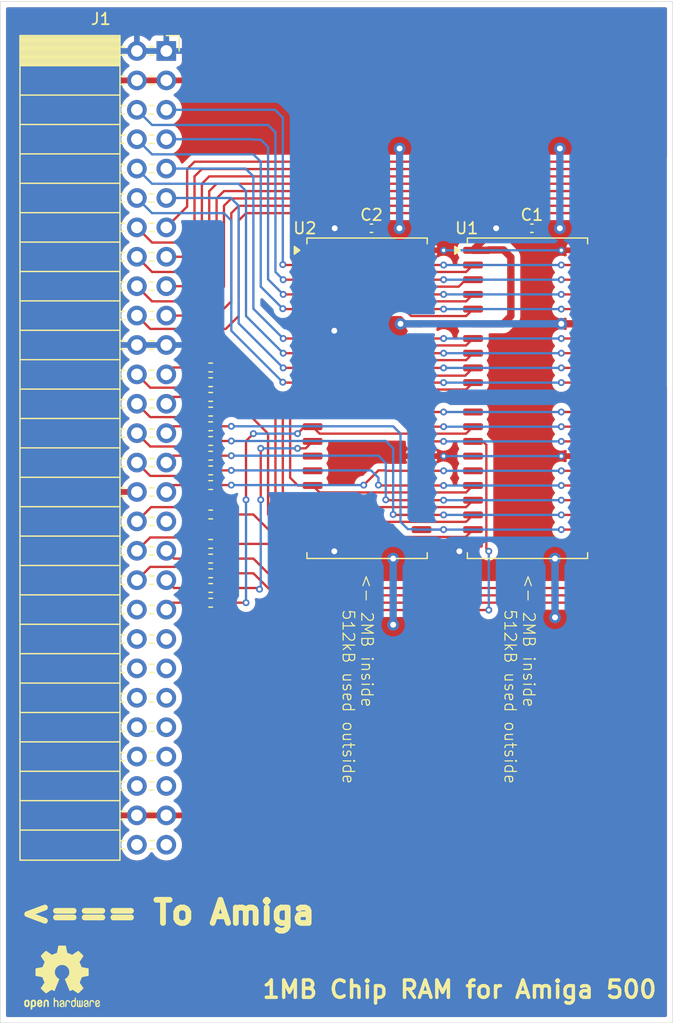
<source format=kicad_pcb>
(kicad_pcb (version 20240108) (generator "pcbnew") (generator_version "8.0")
  (title_block (title "A500 1MB Backdoor Chip Memory") (date "2025-01-12") (rev "1.0"))
  (layers (0 "F.Cu" signal) (31 "B.Cu" signal) (34 "B.Paste" user) (35 "F.Paste" user) (36 "B.SilkS" user "B.Silkscreen") (37 "F.SilkS" user "F.Silkscreen") (38 "B.Mask" user) (39 "F.Mask" user) (44 "Edge.Cuts" user))
  (net 0 "")
  (net 1 "+5V")
  (net 2 "GND")
  (net 5 "/D12")
  (net 7 "Net-(J1-Pin_39)")
  (net 8 "Net-(J1-Pin_27)")
  (net 11 "/D0")
  (net 13 "/D10")
  (net 14 "/D4")
  (net 15 "/D9")
  (net 16 "/D3")
  (net 17 "Net-(J1-Pin_29)")
  (net 18 "/D11")
  (net 20 "/D2")
  (net 21 "Net-(J1-Pin_34)")
  (net 22 "Net-(J1-Pin_30)")
  (net 23 "/D13")
  (net 25 "/D15")
  (net 29 "Net-(J1-Pin_31)")
  (net 30 "/D6")
  (net 31 "Net-(J1-Pin_37)")
  (net 32 "Net-(J1-Pin_28)")
  (net 33 "/D1")
  (net 34 "/D7")
  (net 35 "Net-(J1-Pin_25)")
  (net 36 "Net-(J1-Pin_24)")
  (net 37 "Net-(J1-Pin_26)")
  (net 38 "Net-(J1-Pin_36)")
  (net 41 "Net-(J1-Pin_38)")
  (net 42 "/D5")
  (net 45 "/D14")
  (net 46 "Net-(J1-Pin_23)")
  (net 47 "Net-(J1-Pin_35)")
  (net 49 "/D8")
  (net 50 "/A0")
  (net 51 "/A1")
  (net 52 "/A2")
  (net 53 "/A3")
  (net 54 "/A4")
  (net 55 "/A5")
  (net 56 "/A6")
  (net 57 "/A7")
  (net 58 "/~{OE}")
  (net 59 "/~{UCAS}")
  (net 60 "/~{RAS0}")
  (net 61 "/~{W}")
  (net 62 "/A8")
  (net 63 "/~{LCAS}")
  (net 64 "/~{RAS1}")
  (footprint "Resistor_SMD:R_0402_1005Metric" (layer "F.Cu") (at 79.5 90.17 180)
    (property "Reference" "R16" (hide yes))
    (property "Value" "68" (hide yes))
  )
  (footprint "Resistor_SMD:R_0402_1005Metric" (layer "F.Cu") (at 79.5 78.74 180)
    (property "Reference" "R7" (hide yes))
    (property "Value" "68" (hide yes))
  )
  (footprint "Resistor_SMD:R_0402_1005Metric" (layer "F.Cu") (at 79.5 81.28 180)
    (property "Reference" "R14" (hide yes))
    (property "Value" "68" (hide yes))
  )
  (footprint "Capacitor_SMD:C_0402_1005Metric" (layer "F.Cu") (at 107.225 59.09)
    (property "Reference" "C1")
    (property "Value" "100n")
  )
  (footprint "Connector_PinSocket_2.54mm:PinSocket_2x28_P2.54mm_Horizontal" (layer "F.Cu") (at 75.67 43.775)
    (property "Reference" "J1")
    (property "Value" "Expansion" (hide yes))
  )
  (footprint "Resistor_SMD:R_0402_1005Metric" (layer "F.Cu") (at 79.5 86.36)
    (property "Reference" "R10" (hide yes))
    (property "Value" "68" (hide yes))
  )
  (footprint "Resistor_SMD:R_0402_1005Metric" (layer "F.Cu") (at 79.5 88.9)
    (property "Reference" "R11" (hide yes))
    (property "Value" "68" (hide yes))
  )
  (footprint "Capacitor_SMD:C_0402_1005Metric" (layer "F.Cu") (at 93.38 59.09)
    (property "Reference" "C2")
    (property "Value" "100n")
  )
  (footprint "a500_1mb_backdoor_ram:SOJ-42_10.16x27.46mm_P1.27mm" (layer "F.Cu") (at 106.845 73.695)
    (property "Reference" "U1")
    (property "Value" "V53C181608K60")
  )
  (footprint "Symbol:OSHW-Logo2_7.3x6mm_Copper" (layer "F.Cu") (at 66.675 123.825)
    (property "Reference" "P99" (hide yes))
    (property "Value" "OSHW_LOGO" (hide yes))
  )
  (footprint "Resistor_SMD:R_0402_1005Metric" (layer "F.Cu") (at 79.5 73.66 180)
    (property "Reference" "R3" (hide yes))
    (property "Value" "68" (hide yes))
  )
  (footprint "Resistor_SMD:R_0402_1005Metric" (layer "F.Cu") (at 79.5 77.47)
    (property "Reference" "R6" (hide yes))
    (property "Value" "68" (hide yes))
  )
  (footprint "Resistor_SMD:R_0402_1005Metric" (layer "F.Cu") (at 79.5 76.2 180)
    (property "Reference" "R5" (hide yes))
    (property "Value" "68" (hide yes))
  )
  (footprint "Resistor_SMD:R_0402_1005Metric" (layer "F.Cu") (at 79.5 71.12 180)
    (property "Reference" "R1" (hide yes))
    (property "Value" "68" (hide yes))
  )
  (footprint "Resistor_SMD:R_0402_1005Metric" (layer "F.Cu") (at 79.5 74.93)
    (property "Reference" "R4" (hide yes))
    (property "Value" "68" (hide yes))
  )
  (footprint "Resistor_SMD:R_0402_1005Metric" (layer "F.Cu") (at 79.5 80.01)
    (property "Reference" "R8" (hide yes))
    (property "Value" "68" (hide yes))
  )
  (footprint "a500_1mb_backdoor_ram:SOJ-42_10.16x27.46mm_P1.27mm" (layer "F.Cu") (at 93 73.695)
    (property "Reference" "U2")
    (property "Value" "V53C181608K60")
  )
  (footprint "Resistor_SMD:R_0402_1005Metric" (layer "F.Cu") (at 79.5 72.39)
    (property "Reference" "R2" (hide yes))
    (property "Value" "68" (hide yes))
  )
  (footprint "Resistor_SMD:R_0402_1005Metric" (layer "F.Cu") (at 79.5 83.82)
    (property "Reference" "R9" (hide yes))
    (property "Value" "68" (hide yes))
  )
  (footprint "Resistor_SMD:R_0402_1005Metric" (layer "F.Cu") (at 79.5 87.63 180)
    (property "Reference" "R15" (hide yes))
    (property "Value" "68" (hide yes))
  )
  (footprint "Resistor_SMD:R_0402_1005Metric" (layer "F.Cu") (at 79.5 91.44 180)
    (property "Reference" "R13" (hide yes))
    (property "Value" "68" (hide yes))
  )
  (gr_rect (start 61.34 39.5) (end 119.38 127.74) (stroke (width 0.05)) (fill none) (layer "Edge.Cuts"))
  (gr_text "<- 2MB inside\n    512kB used outside" (at 90.805 88.9 270) (layer "F.SilkS") (effects (font (size 1 1) (thickness 0.1)) (justify left bottom)))
  (gr_text "<- 2MB inside\n    512kB used outside" (at 104.775 88.9 270) (layer "F.SilkS") (effects (font (size 1 1) (thickness 0.1)) (justify left bottom)))
  (gr_text "1MB Chip RAM for Amiga 500" (at 83.82 125.73 0) (layer "F.SilkS") (effects (font (size 1.5 1.5) (thickness 0.3) (bold yes)) (justify left bottom)))
  (gr_text "<=== To Amiga" (at 62.865 119.38 0) (layer "F.SilkS") (effects (font (size 2 2) (thickness 0.5) (bold yes)) (justify left bottom)))
  (segment (start 105.41 66.675) (end 105.41 61.595) (width 0.635) (layer "F.Cu") (net 1))
  (segment (start 92.9 59.09) (end 90.205 59.09) (width 0.635) (layer "F.Cu") (net 1))
  (segment (start 90.17 67.945) (end 89.57 67.345) (width 0.635) (layer "F.Cu") (net 1))
  (segment (start 105.41 61.595) (end 104.775 60.96) (width 0.635) (layer "F.Cu") (net 1))
  (segment (start 88.9 86.995) (end 88.3 86.395) (width 0.635) (layer "F.Cu") (net 1))
  (segment (start 102.145 86.395) (end 102.145 86.694999) (width 0.2) (layer "F.Cu") (net 1))
  (segment (start 101.545 86.995) (end 102.145 86.395) (width 0.635) (layer "F.Cu") (net 1))
  (segment (start 90.17 86.995) (end 88.9 86.995) (width 0.635) (layer "F.Cu") (net 1))
  (segment (start 104.74 67.345) (end 105.41 66.675) (width 0.635) (layer "F.Cu") (net 1))
  (segment (start 106.745 59.09) (end 104.14 59.09) (width 0.635) (layer "F.Cu") (net 1))
  (segment (start 104.05 59.09) (end 102.145 60.995) (width 0.635) (layer "F.Cu") (net 1))
  (segment (start 104.775 60.96) (end 103.505 60.96) (width 0.635) (layer "F.Cu") (net 1))
  (segment (start 89.57 67.345) (end 88.3 67.345) (width 0.635) (layer "F.Cu") (net 1))
  (segment (start 104.74 67.345) (end 102.145 67.345) (width 0.635) (layer "F.Cu") (net 1))
  (segment (start 104.14 59.09) (end 104.05 59.09) (width 0.2) (layer "F.Cu") (net 1))
  (segment (start 73.13 69.175) (end 75.67 69.175) (width 0.2) (layer "F.Cu") (net 1))
  (segment (start 103.505 60.96) (end 103.47 60.995) (width 0.2) (layer "F.Cu") (net 1))
  (segment (start 103.47 60.995) (end 102.145 60.995) (width 0.635) (layer "F.Cu") (net 1))
  (segment (start 100.965 86.995) (end 101.545 86.995) (width 0.635) (layer "F.Cu") (net 1))
  (segment (start 90.205 59.09) (end 88.3 60.995) (width 0.635) (layer "F.Cu") (net 1))
  (via (at 90.17 86.995) (size 1.016) (drill 0.508) (layers "F.Cu" "B.Cu") (net 1))
  (via (at 100.965 86.995) (size 1.016) (drill 0.508) (layers "F.Cu" "B.Cu") (net 1))
  (via (at 90.205 59.09) (size 1.016) (drill 0.508) (layers "F.Cu" "B.Cu") (net 1))
  (via (at 90.17 67.945) (size 1.016) (drill 0.508) (layers "F.Cu" "B.Cu") (net 1))
  (via (at 104.14 59.09) (size 1.016) (drill 0.508) (layers "F.Cu" "B.Cu") (net 1))
  (segment (start 90.17 59.055) (end 90.205 59.09) (width 0.2) (layer "B.Cu") (net 1))
  (segment (start 99.605 78.775) (end 97.7 78.775) (width 0.2) (layer "F.Cu") (net 2))
  (segment (start 111.544 67.345) (end 109.765 67.345) (width 0.635) (layer "F.Cu") (net 2))
  (segment (start 95.885 67.345) (end 97.699 67.345) (width 0.635) (layer "F.Cu") (net 2))
  (segment (start 99.605 60.995) (end 97.699 60.995) (width 0.2) (layer "F.Cu") (net 2))
  (segment (start 111.544 60.995) (end 109.765 60.995) (width 0.2) (layer "F.Cu") (net 2))
  (segment (start 111.675552 78.644448) (end 111.545 78.775) (width 0.2) (layer "F.Cu") (net 2))
  (segment (start 111.674552 67.214448) (end 111.544 67.345) (width 0.2) (layer "F.Cu") (net 2))
  (segment (start 111.545 78.775) (end 109.765 78.775) (width 0.2) (layer "F.Cu") (net 2))
  (via (at 99.605 60.995) (size 0.6) (drill 0.3) (layers "F.Cu" "B.Cu") (net 2))
  (via (at 95.25 87.63) (size 1.016) (drill 0.508) (layers "F.Cu" "B.Cu") (net 2))
  (via (at 109.765 67.345) (size 1.016) (drill 0.508) (layers "F.Cu" "B.Cu") (net 2))
  (via (at 109.765 60.995) (size 0.6) (drill 0.3) (layers "F.Cu" "B.Cu") (net 2))
  (via (at 95.25 93.345) (size 1.016) (drill 0.508) (layers "F.Cu" "B.Cu") (net 2))
  (via (at 95.885 67.345) (size 1.016) (drill 0.508) (layers "F.Cu" "B.Cu") (net 2))
  (via (at 109.22 87.63) (size 1.016) (drill 0.508) (layers "F.Cu" "B.Cu") (net 2))
  (via (at 109.765 78.775) (size 0.6) (drill 0.3) (layers "F.Cu" "B.Cu") (net 2))
  (via (at 109.639 59.09) (size 1.016) (drill 0.508) (layers "F.Cu" "B.Cu") (net 2))
  (via (at 109.639 52.194009) (size 1.016) (drill 0.508) (layers "F.Cu" "B.Cu") (net 2))
  (via (at 95.794 59.09) (size 1.016) (drill 0.508) (layers "F.Cu" "B.Cu") (net 2))
  (via (at 99.605 78.775) (size 0.6) (drill 0.3) (layers "F.Cu" "B.Cu") (net 2))
  (via (at 95.806149 52.194009) (size 1.016) (drill 0.508) (layers "F.Cu" "B.Cu") (net 2))
  (via (at 109.22 92.71) (size 1.016) (drill 0.508) (layers "F.Cu" "B.Cu") (net 2))
  (segment (start 109.8 67.31) (end 109.765 67.345) (width 0.2) (layer "B.Cu") (net 2))
  (segment (start 95.806149 52.194009) (end 95.806149 59.077851) (width 0.635) (layer "B.Cu") (net 2))
  (segment (start 109.22 92.71) (end 109.22 87.63) (width 0.635) (layer "B.Cu") (net 2))
  (segment (start 95.806149 59.077851) (end 95.794 59.09) (width 0.635) (layer "B.Cu") (net 2))
  (segment (start 95.25 93.345) (end 95.25 87.63) (width 0.635) (layer "B.Cu") (net 2))
  (segment (start 109.639 52.194009) (end 109.639 59.09) (width 0.635) (layer "B.Cu") (net 2))
  (segment (start 109.765 78.775) (end 99.605 78.775) (width 0.2) (layer "B.Cu") (net 2))
  (segment (start 109.8 78.74) (end 109.765 78.775) (width 0.2) (layer "B.Cu") (net 2))
  (segment (start 109.765 67.345) (end 95.885 67.345) (width 0.635) (layer "B.Cu") (net 2))
  (segment (start 109.765 60.995) (end 99.605 60.995) (width 0.2) (layer "B.Cu") (net 2))
  (segment (start 99.605 66.075) (end 97.699 66.075) (width 0.2) (layer "F.Cu") (net 5))
  (segment (start 78.74 64.135) (end 78.7 64.095) (width 0.2) (layer "F.Cu") (net 5))
  (segment (start 111.544 66.075) (end 109.765 66.075) (width 0.2) (layer "F.Cu") (net 5))
  (segment (start 111.544 66.075) (end 115.535 66.075) (width 0.2) (layer "F.Cu") (net 5))
  (segment (start 115.57 55.88) (end 80.645 55.88) (width 0.2) (layer "F.Cu") (net 5))
  (segment (start 80.645 55.88) (end 80.01 56.515) (width 0.2) (layer "F.Cu") (net 5))
  (segment (start 116.205 65.405) (end 116.205 56.515) (width 0.2) (layer "F.Cu") (net 5))
  (segment (start 115.535 66.075) (end 116.205 65.405) (width 0.2) (layer "F.Cu") (net 5))
  (segment (start 78.7 64.095) (end 75.67 64.095) (width 0.2) (layer "F.Cu") (net 5))
  (segment (start 80.01 56.515) (end 80.01 62.865) (width 0.2) (layer "F.Cu") (net 5))
  (segment (start 80.01 62.865) (end 78.74 64.135) (width 0.2) (layer "F.Cu") (net 5))
  (segment (start 116.205 56.515) (end 115.57 55.88) (width 0.2) (layer "F.Cu") (net 5))
  (via (at 109.765 66.075) (size 0.6) (drill 0.3) (layers "F.Cu" "B.Cu") (net 5))
  (via (at 99.605 66.075) (size 0.6) (drill 0.3) (layers "F.Cu" "B.Cu") (net 5))
  (segment (start 109.765 66.075) (end 99.605 66.075) (width 0.2) (layer "B.Cu") (net 5))
  (segment (start 78.99 91.44) (end 76.265 91.44) (width 0.2) (layer "F.Cu") (net 7))
  (segment (start 76.265 91.44) (end 75.67 92.035) (width 0.2) (layer "F.Cu") (net 7))
  (segment (start 78.99 76.2) (end 76.265 76.2) (width 0.2) (layer "F.Cu") (net 8))
  (segment (start 76.265 76.2) (end 75.67 76.795) (width 0.2) (layer "F.Cu") (net 8))
  (segment (start 88.3 62.265) (end 85.76 62.265) (width 0.2) (layer "F.Cu") (net 11))
  (segment (start 101.545 62.865) (end 88.9 62.865) (width 0.2) (layer "F.Cu") (net 11))
  (segment (start 102.145 62.265) (end 101.545 62.865) (width 0.2) (layer "F.Cu") (net 11))
  (segment (start 88.9 62.865) (end 88.3 62.265) (width 0.2) (layer "F.Cu") (net 11))
  (segment (start 85.76 62.265) (end 85.725 62.23) (width 0.2) (layer "F.Cu") (net 11))
  (via (at 85.725 62.23) (size 0.6) (drill 0.3) (layers "F.Cu" "B.Cu") (net 11))
  (segment (start 85.725 62.23) (end 85.725 49.53) (width 0.2) (layer "B.Cu") (net 11))
  (segment (start 85.725 49.53) (end 85.05 48.855) (width 0.2) (layer "B.Cu") (net 11))
  (segment (start 85.05 48.855) (end 75.67 48.855) (width 0.2) (layer "B.Cu") (net 11))
  (segment (start 111.545 69.885) (end 116.805 69.885) (width 0.2) (layer "F.Cu") (net 13))
  (segment (start 77.47 61.595) (end 77.43 61.555) (width 0.2) (layer "F.Cu") (net 13))
  (segment (start 116.84 54.61) (end 79.375 54.61) (width 0.2) (layer "F.Cu") (net 13))
  (segment (start 111.545 69.885) (end 109.765 69.885) (width 0.2) (layer "F.Cu") (net 13))
  (segment (start 78.74 55.245) (end 78.74 60.96) (width 0.2) (layer "F.Cu") (net 13))
  (segment (start 77.43 61.555) (end 75.67 61.555) (width 0.2) (layer "F.Cu") (net 13))
  (segment (start 117.475 55.245) (end 116.84 54.61) (width 0.2) (layer "F.Cu") (net 13))
  (segment (start 99.605 69.885) (end 97.7 69.885) (width 0.2) (layer "F.Cu") (net 13))
  (segment (start 117.475 69.215) (end 117.475 55.245) (width 0.2) (layer "F.Cu") (net 13))
  (segment (start 116.805 69.885) (end 117.475 69.215) (width 0.2) (layer "F.Cu") (net 13))
  (segment (start 78.74 60.96) (end 78.105 61.595) (width 0.2) (layer "F.Cu") (net 13))
  (segment (start 79.375 54.61) (end 78.74 55.245) (width 0.2) (layer "F.Cu") (net 13))
  (segment (start 78.105 61.595) (end 77.47 61.595) (width 0.2) (layer "F.Cu") (net 13))
  (via (at 109.765 69.885) (size 0.6) (drill 0.3) (layers "F.Cu" "B.Cu") (net 13))
  (via (at 99.605 69.885) (size 0.6) (drill 0.3) (layers "F.Cu" "B.Cu") (net 13))
  (segment (start 109.765 69.885) (end 99.605 69.885) (width 0.2) (layer "B.Cu") (net 13))
  (segment (start 85.725 68.58) (end 85.76 68.615) (width 0.2) (layer "F.Cu") (net 14))
  (segment (start 88.3 68.615) (end 85.76 68.615) (width 0.2) (layer "F.Cu") (net 14))
  (segment (start 102.145 68.615) (end 101.545 69.215) (width 0.2) (layer "F.Cu") (net 14))
  (segment (start 101.545 69.215) (end 88.9 69.215) (width 0.2) (layer "F.Cu") (net 14))
  (segment (start 88.9 69.215) (end 88.3 68.615) (width 0.2) (layer "F.Cu") (net 14))
  (via (at 85.76 68.615) (size 0.6) (drill 0.3) (layers "F.Cu" "B.Cu") (net 14))
  (segment (start 83.185 54.61) (end 82.51 53.935) (width 0.2) (layer "B.Cu") (net 14))
  (segment (start 83.185 66.04) (end 83.185 54.61) (width 0.2) (layer "B.Cu") (net 14))
  (segment (start 85.76 68.615) (end 83.185 66.04) (width 0.2) (layer "B.Cu") (net 14))
  (segment (start 82.51 53.935) (end 75.67 53.935) (width 0.2) (layer "B.Cu") (net 14))
  (segment (start 117.475 53.975) (end 78.74 53.975) (width 0.2) (layer "F.Cu") (net 15))
  (segment (start 77.47 60.325) (end 74.44 60.325) (width 0.2) (layer "F.Cu") (net 15))
  (segment (start 111.545 71.155) (end 117.44 71.155) (width 0.2) (layer "F.Cu") (net 15))
  (segment (start 78.74 53.975) (end 78.105 54.61) (width 0.2) (layer "F.Cu") (net 15))
  (segment (start 78.105 54.61) (end 78.105 59.69) (width 0.2) (layer "F.Cu") (net 15))
  (segment (start 118.11 54.61) (end 117.475 53.975) (width 0.2) (layer "F.Cu") (net 15))
  (segment (start 117.44 71.155) (end 118.11 70.485) (width 0.2) (layer "F.Cu") (net 15))
  (segment (start 99.605 71.155) (end 97.7 71.155) (width 0.2) (layer "F.Cu") (net 15))
  (segment (start 78.105 59.69) (end 77.47 60.325) (width 0.2) (layer "F.Cu") (net 15))
  (segment (start 118.11 70.485) (end 118.11 54.61) (width 0.2) (layer "F.Cu") (net 15))
  (segment (start 74.44 60.325) (end 73.13 59.015) (width 0.2) (layer "F.Cu") (net 15))
  (segment (start 111.545 71.155) (end 109.765 71.155) (width 0.2) (layer "F.Cu") (net 15))
  (via (at 99.605 71.155) (size 0.6) (drill 0.3) (layers "F.Cu" "B.Cu") (net 15))
  (via (at 109.765 71.155) (size 0.6) (drill 0.3) (layers "F.Cu" "B.Cu") (net 15))
  (segment (start 109.765 71.155) (end 99.605 71.155) (width 0.2) (layer "B.Cu") (net 15))
  (segment (start 88.3 66.075) (end 96.208448 66.075) (width 0.2) (layer "F.Cu") (net 16))
  (segment (start 96.208448 66.075) (end 96.808448 66.675) (width 0.2) (layer "F.Cu") (net 16))
  (segment (start 88.3 66.075) (end 85.76 66.075) (width 0.2) (layer "F.Cu") (net 16))
  (segment (start 96.808448 66.675) (end 101.545 66.675) (width 0.2) (layer "F.Cu") (net 16))
  (segment (start 85.76 66.075) (end 85.725 66.04) (width 0.2) (layer "F.Cu") (net 16))
  (segment (start 101.545 66.675) (end 102.145 66.075) (width 0.2) (layer "F.Cu") (net 16))
  (via (at 85.725 66.04) (size 0.6) (drill 0.3) (layers "F.Cu" "B.Cu") (net 16))
  (segment (start 74.44 52.705) (end 73.13 51.395) (width 0.2) (layer "B.Cu") (net 16))
  (segment (start 83.82 64.135) (end 83.82 53.34) (width 0.2) (layer "B.Cu") (net 16))
  (segment (start 85.725 66.04) (end 83.82 64.135) (width 0.2) (layer "B.Cu") (net 16))
  (segment (start 83.185 52.705) (end 74.44 52.705) (width 0.2) (layer "B.Cu") (net 16))
  (segment (start 83.82 53.34) (end 83.185 52.705) (width 0.2) (layer "B.Cu") (net 16))
  (segment (start 76.265 78.74) (end 75.67 79.335) (width 0.2) (layer "F.Cu") (net 17))
  (segment (start 78.99 78.74) (end 76.265 78.74) (width 0.2) (layer "F.Cu") (net 17))
  (segment (start 78.74 62.865) (end 74.44 62.865) (width 0.2) (layer "F.Cu") (net 18))
  (segment (start 74.44 62.865) (end 73.13 61.555) (width 0.2) (layer "F.Cu") (net 18))
  (segment (start 116.84 55.88) (end 116.205 55.245) (width 0.2) (layer "F.Cu") (net 18))
  (segment (start 111.545 68.615) (end 109.765 68.615) (width 0.2) (layer "F.Cu") (net 18))
  (segment (start 116.84 67.945) (end 116.84 55.88) (width 0.2) (layer "F.Cu") (net 18))
  (segment (start 111.545 68.615) (end 116.17 68.615) (width 0.2) (layer "F.Cu") (net 18))
  (segment (start 79.375 62.23) (end 78.74 62.865) (width 0.2) (layer "F.Cu") (net 18))
  (segment (start 80.01 55.245) (end 79.375 55.88) (width 0.2) (layer "F.Cu") (net 18))
  (segment (start 116.17 68.615) (end 116.84 67.945) (width 0.2) (layer "F.Cu") (net 18))
  (segment (start 116.205 55.245) (end 80.01 55.245) (width 0.2) (layer "F.Cu") (net 18))
  (segment (start 79.375 55.88) (end 79.375 62.23) (width 0.2) (layer "F.Cu") (net 18))
  (segment (start 99.605 68.615) (end 97.7 68.615) (width 0.2) (layer "F.Cu") (net 18))
  (via (at 99.605 68.615) (size 0.6) (drill 0.3) (layers "F.Cu" "B.Cu") (net 18))
  (via (at 109.765 68.615) (size 0.6) (drill 0.3) (layers "F.Cu" "B.Cu") (net 18))
  (segment (start 109.765 68.615) (end 99.605 68.615) (width 0.2) (layer "B.Cu") (net 18))
  (segment (start 85.725 64.77) (end 85.76 64.805) (width 0.2) (layer "F.Cu") (net 20))
  (segment (start 102.145 64.805) (end 101.545 65.405) (width 0.2) (layer "F.Cu") (net 20))
  (segment (start 88.3 64.805) (end 85.76 64.805) (width 0.2) (layer "F.Cu") (net 20))
  (segment (start 88.9 65.405) (end 88.3 64.805) (width 0.2) (layer "F.Cu") (net 20))
  (segment (start 101.545 65.405) (end 88.9 65.405) (width 0.2) (layer "F.Cu") (net 20))
  (via (at 85.76 64.805) (size 0.6) (drill 0.3) (layers "F.Cu" "B.Cu") (net 20))
  (segment (start 84.455 63.5) (end 84.455 52.07) (width 0.2) (layer "B.Cu") (net 20))
  (segment (start 83.82 51.435) (end 83.185 51.435) (width 0.2) (layer "B.Cu") (net 20))
  (segment (start 83.185 51.435) (end 83.145 51.395) (width 0.2) (layer "B.Cu") (net 20))
  (segment (start 84.455 52.07) (end 83.82 51.435) (width 0.2) (layer "B.Cu") (net 20))
  (segment (start 83.145 51.395) (end 75.67 51.395) (width 0.2) (layer "B.Cu") (net 20))
  (segment (start 85.76 64.805) (end 84.455 63.5) (width 0.2) (layer "B.Cu") (net 20))
  (segment (start 74.36 83.185) (end 73.13 84.415) (width 0.2) (layer "F.Cu") (net 21))
  (segment (start 78.355 83.185) (end 74.36 83.185) (width 0.2) (layer "F.Cu") (net 21))
  (segment (start 78.99 83.82) (end 78.355 83.185) (width 0.2) (layer "F.Cu") (net 21))
  (segment (start 74.28 80.485) (end 73.13 79.335) (width 0.2) (layer "F.Cu") (net 22))
  (segment (start 78.99 80.01) (end 78.515 80.485) (width 0.2) (layer "F.Cu") (net 22))
  (segment (start 78.515 80.485) (end 74.28 80.485) (width 0.2) (layer "F.Cu") (net 22))
  (segment (start 80.645 57.15) (end 80.645 64.135) (width 0.2) (layer "F.Cu") (net 23))
  (segment (start 114.9 64.805) (end 115.57 64.135) (width 0.2) (layer "F.Cu") (net 23))
  (segment (start 81.28 56.515) (end 80.645 57.15) (width 0.2) (layer "F.Cu") (net 23))
  (segment (start 111.544 64.805) (end 109.765 64.805) (width 0.2) (layer "F.Cu") (net 23))
  (segment (start 114.935 56.515) (end 81.28 56.515) (width 0.2) (layer "F.Cu") (net 23))
  (segment (start 79.375 65.405) (end 74.44 65.405) (width 0.2) (layer "F.Cu") (net 23))
  (segment (start 74.44 65.405) (end 73.13 64.095) (width 0.2) (layer "F.Cu") (net 23))
  (segment (start 115.57 57.15) (end 114.935 56.515) (width 0.2) (layer "F.Cu") (net 23))
  (segment (start 80.645 64.135) (end 79.375 65.405) (width 0.2) (layer "F.Cu") (net 23))
  (segment (start 99.605 64.805) (end 97.699 64.805) (width 0.2) (layer "F.Cu") (net 23))
  (segment (start 115.57 64.135) (end 115.57 57.15) (width 0.2) (layer "F.Cu") (net 23))
  (segment (start 111.544 64.805) (end 114.9 64.805) (width 0.2) (layer "F.Cu") (net 23))
  (via (at 99.605 64.805) (size 0.6) (drill 0.3) (layers "F.Cu" "B.Cu") (net 23))
  (via (at 109.765 64.805) (size 0.6) (drill 0.3) (layers "F.Cu" "B.Cu") (net 23))
  (segment (start 109.765 64.805) (end 99.605 64.805) (width 0.2) (layer "B.Cu") (net 23))
  (segment (start 111.544 62.265) (end 109.765 62.265) (width 0.2) (layer "F.Cu") (net 25))
  (segment (start 114.3 61.595) (end 114.3 58.42) (width 0.2) (layer "F.Cu") (net 25))
  (segment (start 99.605 62.265) (end 97.699 62.265) (width 0.2) (layer "F.Cu") (net 25))
  (segment (start 114.3 58.42) (end 113.665 57.785) (width 0.2) (layer "F.Cu") (net 25))
  (segment (start 113.665 57.785) (end 82.55 57.785) (width 0.2) (layer "F.Cu") (net 25))
  (segment (start 111.544 62.265) (end 113.63 62.265) (width 0.2) (layer "F.Cu") (net 25))
  (segment (start 113.63 62.265) (end 114.3 61.595) (width 0.2) (layer "F.Cu") (net 25))
  (segment (start 74.28 67.785) (end 73.13 66.635) (width 0.2) (layer "F.Cu") (net 25))
  (segment (start 81.915 66.675) (end 80.805 67.785) (width 0.2) (layer "F.Cu") (net 25))
  (segment (start 81.915 58.42) (end 81.915 66.675) (width 0.2) (layer "F.Cu") (net 25))
  (segment (start 80.805 67.785) (end 74.28 67.785) (width 0.2) (layer "F.Cu") (net 25))
  (segment (start 82.55 57.785) (end 81.915 58.42) (width 0.2) (layer "F.Cu") (net 25))
  (via (at 99.605 62.265) (size 0.6) (drill 0.3) (layers "F.Cu" "B.Cu") (net 25))
  (via (at 109.765 62.265) (size 0.6) (drill 0.3) (layers "F.Cu" "B.Cu") (net 25))
  (segment (start 109.765 62.265) (end 99.605 62.265) (width 0.2) (layer "B.Cu") (net 25))
  (segment (start 78.99 81.28) (end 76.265 81.28) (width 0.2) (layer "F.Cu") (net 29))
  (segment (start 76.265 81.28) (end 75.67 81.875) (width 0.2) (layer "F.Cu") (net 29))
  (segment (start 88.97 71.825) (end 88.3 71.155) (width 0.2) (layer "F.Cu") (net 30))
  (segment (start 85.725 71.12) (end 85.76 71.155) (width 0.2) (layer "F.Cu") (net 30))
  (segment (start 101.475 71.825) (end 88.97 71.825) (width 0.2) (layer "F.Cu") (net 30))
  (segment (start 102.145 71.155) (end 101.475 71.825) (width 0.2) (layer "F.Cu") (net 30))
  (segment (start 88.3 71.155) (end 85.76 71.155) (width 0.2) (layer "F.Cu") (net 30))
  (via (at 85.76 71.155) (size 0.6) (drill 0.3) (layers "F.Cu" "B.Cu") (net 30))
  (segment (start 81.24 56.475) (end 75.67 56.475) (width 0.2) (layer "B.Cu") (net 30))
  (segment (start 81.915 57.15) (end 81.24 56.475) (width 0.2) (layer "B.Cu") (net 30))
  (segment (start 81.915 67.31) (end 81.915 57.15) (width 0.2) (layer "B.Cu") (net 30))
  (segment (start 85.76 71.155) (end 81.915 67.31) (width 0.2) (layer "B.Cu") (net 30))
  (segment (start 76.345 90.17) (end 75.67 89.495) (width 0.2) (layer "F.Cu") (net 31))
  (segment (start 78.99 90.17) (end 76.345 90.17) (width 0.2) (layer "F.Cu") (net 31))
  (segment (start 78.515 77.945) (end 74.28 77.945) (width 0.2) (layer "F.Cu") (net 32))
  (segment (start 74.28 77.945) (end 73.13 76.795) (width 0.2) (layer "F.Cu") (net 32))
  (segment (start 78.99 77.47) (end 78.515 77.945) (width 0.2) (layer "F.Cu") (net 32))
  (segment (start 85.725 63.5) (end 85.76 63.535) (width 0.2) (layer "F.Cu") (net 33))
  (segment (start 102.145 63.535) (end 101.51 63.535) (width 0.2) (layer "F.Cu") (net 33))
  (segment (start 100.91 64.135) (end 88.9 64.135) (width 0.2) (layer "F.Cu") (net 33))
  (segment (start 101.51 63.535) (end 100.91 64.135) (width 0.2) (layer "F.Cu") (net 33))
  (segment (start 88.9 64.135) (end 88.3 63.535) (width 0.2) (layer "F.Cu") (net 33))
  (segment (start 88.3 63.535) (end 85.76 63.535) (width 0.2) (layer "F.Cu") (net 33))
  (via (at 85.76 63.535) (size 0.6) (drill 0.3) (layers "F.Cu" "B.Cu") (net 33))
  (segment (start 84.455 50.165) (end 74.44 50.165) (width 0.2) (layer "B.Cu") (net 33))
  (segment (start 85.76 63.535) (end 85.09 62.865) (width 0.2) (layer "B.Cu") (net 33))
  (segment (start 85.09 62.865) (end 85.09 50.8) (width 0.2) (layer "B.Cu") (net 33))
  (segment (start 74.44 50.165) (end 73.13 48.855) (width 0.2) (layer "B.Cu") (net 33))
  (segment (start 85.09 50.8) (end 84.455 50.165) (width 0.2) (layer "B.Cu") (net 33))
  (segment (start 88.3 72.425) (end 85.76 72.425) (width 0.2) (layer "F.Cu") (net 34))
  (segment (start 88.9 73.025) (end 88.3 72.425) (width 0.2) (layer "F.Cu") (net 34))
  (segment (start 101.545 73.025) (end 88.9 73.025) (width 0.2) (layer "F.Cu") (net 34))
  (segment (start 85.76 72.425) (end 85.725 72.39) (width 0.2) (layer "F.Cu") (net 34))
  (segment (start 102.145 72.425) (end 101.545 73.025) (width 0.2) (layer "F.Cu") (net 34))
  (via (at 85.725 72.39) (size 0.6) (drill 0.3) (layers "F.Cu" "B.Cu") (net 34))
  (segment (start 74.44 57.785) (end 73.13 56.475) (width 0.2) (layer "B.Cu") (net 34))
  (segment (start 80.645 57.785) (end 74.44 57.785) (width 0.2) (layer "B.Cu") (net 34))
  (segment (start 81.28 58.42) (end 80.645 57.785) (width 0.2) (layer "B.Cu") (net 34))
  (segment (start 85.725 72.39) (end 81.28 67.945) (width 0.2) (layer "B.Cu") (net 34))
  (segment (start 81.28 67.945) (end 81.28 58.42) (width 0.2) (layer "B.Cu") (net 34))
  (segment (start 78.99 73.66) (end 76.265 73.66) (width 0.2) (layer "F.Cu") (net 35))
  (segment (start 76.265 73.66) (end 75.67 74.255) (width 0.2) (layer "F.Cu") (net 35))
  (segment (start 78.99 72.39) (end 78.515 72.865) (width 0.2) (layer "F.Cu") (net 36))
  (segment (start 74.28 72.865) (end 73.13 71.715) (width 0.2) (layer "F.Cu") (net 36))
  (segment (start 78.515 72.865) (end 74.28 72.865) (width 0.2) (layer "F.Cu") (net 36))
  (segment (start 74.28 75.405) (end 73.13 74.255) (width 0.2) (layer "F.Cu") (net 37))
  (segment (start 78.99 74.93) (end 78.515 75.405) (width 0.2) (layer "F.Cu") (net 37))
  (segment (start 78.515 75.405) (end 74.28 75.405) (width 0.2) (layer "F.Cu") (net 37))
  (segment (start 78.435 85.805) (end 74.28 85.805) (width 0.2) (layer "F.Cu") (net 38))
  (segment (start 74.28 85.805) (end 73.13 86.955) (width 0.2) (layer "F.Cu") (net 38))
  (segment (start 78.99 86.36) (end 78.435 85.805) (width 0.2) (layer "F.Cu") (net 38))
  (segment (start 78.99 88.9) (end 78.435 88.345) (width 0.2) (layer "F.Cu") (net 41))
  (segment (start 78.435 88.345) (end 74.28 88.345) (width 0.2) (layer "F.Cu") (net 41))
  (segment (start 74.28 88.345) (end 73.13 89.495) (width 0.2) (layer "F.Cu") (net 41))
  (segment (start 101.545 70.485) (end 88.9 70.485) (width 0.2) (layer "F.Cu") (net 42))
  (segment (start 88.9 70.485) (end 88.3 69.885) (width 0.2) (layer "F.Cu") (net 42))
  (segment (start 85.725 69.85) (end 85.76 69.885) (width 0.2) (layer "F.Cu") (net 42))
  (segment (start 102.145 69.885) (end 101.545 70.485) (width 0.2) (layer "F.Cu") (net 42))
  (segment (start 88.3 69.885) (end 85.76 69.885) (width 0.2) (layer "F.Cu") (net 42))
  (via (at 85.76 69.885) (size 0.6) (drill 0.3) (layers "F.Cu" "B.Cu") (net 42))
  (segment (start 85.76 69.885) (end 82.55 66.675) (width 0.2) (layer "B.Cu") (net 42))
  (segment (start 82.55 55.88) (end 81.915 55.245) (width 0.2) (layer "B.Cu") (net 42))
  (segment (start 74.44 55.245) (end 73.13 53.935) (width 0.2) (layer "B.Cu") (net 42))
  (segment (start 81.915 55.245) (end 74.44 55.245) (width 0.2) (layer "B.Cu") (net 42))
  (segment (start 82.55 66.675) (end 82.55 55.88) (width 0.2) (layer "B.Cu") (net 42))
  (segment (start 81.28 65.405) (end 80.01 66.675) (width 0.2) (layer "F.Cu") (net 45))
  (segment (start 78.065 66.635) (end 75.67 66.635) (width 0.2) (layer "F.Cu") (net 45))
  (segment (start 111.544 63.535) (end 114.265 63.535) (width 0.2) (layer "F.Cu") (net 45))
  (segment (start 81.28 57.785) (end 81.28 65.405) (width 0.2) (layer "F.Cu") (net 45))
  (segment (start 114.3 57.15) (end 81.915 57.15) (width 0.2) (layer "F.Cu") (net 45))
  (segment (start 114.935 62.865) (end 114.935 57.785) (width 0.2) (layer "F.Cu") (net 45))
  (segment (start 114.935 57.785) (end 114.3 57.15) (width 0.2) (layer "F.Cu") (net 45))
  (segment (start 78.105 66.675) (end 78.065 66.635) (width 0.2) (layer "F.Cu") (net 45))
  (segment (start 114.265 63.535) (end 114.935 62.865) (width 0.2) (layer "F.Cu") (net 45))
  (segment (start 80.01 66.675) (end 78.105 66.675) (width 0.2) (layer "F.Cu") (net 45))
  (segment (start 81.915 57.15) (end 81.28 57.785) (width 0.2) (layer "F.Cu") (net 45))
  (segment (start 99.605 63.535) (end 97.699 63.535) (width 0.2) (layer "F.Cu") (net 45))
  (segment (start 111.544 63.535) (end 109.765 63.535) (width 0.2) (layer "F.Cu") (net 45))
  (via (at 99.605 63.535) (size 0.6) (drill 0.3) (layers "F.Cu" "B.Cu") (net 45))
  (via (at 109.765 63.535) (size 0.6) (drill 0.3) (layers "F.Cu" "B.Cu") (net 45))
  (segment (start 109.765 63.535) (end 99.605 63.535) (width 0.2) (layer "B.Cu") (net 45))
  (segment (start 76.265 71.12) (end 75.67 71.715) (width 0.2) (layer "F.Cu") (net 46))
  (segment (start 78.99 71.12) (end 76.265 71.12) (width 0.2) (layer "F.Cu") (net 46))
  (segment (start 76.345 87.63) (end 75.67 86.955) (width 0.2) (layer "F.Cu") (net 47))
  (segment (start 78.99 87.63) (end 76.345 87.63) (width 0.2) (layer "F.Cu") (net 47))
  (segment (start 112.394999 72.425) (end 112.429999 72.39) (width 0.2) (layer "F.Cu") (net 49))
  (segment (start 111.545 72.425) (end 118.075 72.425) (width 0.2) (layer "F.Cu") (net 49))
  (segment (start 77.47 57.215) (end 75.67 59.015) (width 0.2) (layer "F.Cu") (net 49))
  (segment (start 78.105 53.34) (end 77.47 53.975) (width 0.2) (layer "F.Cu") (net 49))
  (segment (start 111.545 72.425) (end 112.394999 72.425) (width 0.2) (layer "F.Cu") (net 49))
  (segment (start 77.47 53.975) (end 77.47 57.215) (width 0.2) (layer "F.Cu") (net 49))
  (segment (start 118.075 72.425) (end 118.745 71.755) (width 0.2) (layer "F.Cu") (net 49))
  (segment (start 118.745 53.975) (end 118.11 53.34) (width 0.2) (layer "F.Cu") (net 49))
  (segment (start 111.545 72.425) (end 109.765 72.425) (width 0.2) (layer "F.Cu") (net 49))
  (segment (start 118.745 71.755) (end 118.745 53.975) (width 0.2) (layer "F.Cu") (net 49))
  (segment (start 99.605 72.425) (end 97.7 72.425) (width 0.2) (layer "F.Cu") (net 49))
  (segment (start 118.11 53.34) (end 78.105 53.34) (width 0.2) (layer "F.Cu") (net 49))
  (via (at 109.765 72.425) (size 0.6) (drill 0.3) (layers "F.Cu" "B.Cu") (net 49))
  (via (at 99.605 72.425) (size 0.6) (drill 0.3) (layers "F.Cu" "B.Cu") (net 49))
  (segment (start 109.765 72.425) (end 99.605 72.425) (width 0.2) (layer "B.Cu") (net 49))
  (segment (start 80.01 71.12) (end 83.185 71.12) (width 0.2) (layer "F.Cu") (net 50))
  (segment (start 87.03 81.315) (end 88.3 81.315) (width 0.2) (layer "F.Cu") (net 50))
  (segment (start 86.36 80.645) (end 87.03 81.315) (width 0.2) (layer "F.Cu") (net 50))
  (segment (start 83.185 71.12) (end 86.36 74.295) (width 0.2) (layer "F.Cu") (net 50))
  (segment (start 101.545 81.915) (end 88.9 81.915) (width 0.2) (layer "F.Cu") (net 50))
  (segment (start 88.9 81.915) (end 88.3 81.315) (width 0.2) (layer "F.Cu") (net 50))
  (segment (start 86.36 74.295) (end 86.36 80.645) (width 0.2) (layer "F.Cu") (net 50))
  (segment (start 102.145 81.315) (end 101.545 81.915) (width 0.2) (layer "F.Cu") (net 50))
  (segment (start 88.9 83.185) (end 88.3 82.585) (width 0.2) (layer "F.Cu") (net 51))
  (segment (start 85.725 74.93) (end 85.725 81.915) (width 0.2) (layer "F.Cu") (net 51))
  (segment (start 85.725 81.915) (end 86.395 82.585) (width 0.2) (layer "F.Cu") (net 51))
  (segment (start 102.145 82.585) (end 101.545 83.185) (width 0.2) (layer "F.Cu") (net 51))
  (segment (start 80.01 72.39) (end 83.185 72.39) (width 0.2) (layer "F.Cu") (net 51))
  (segment (start 83.185 72.39) (end 85.725 74.93) (width 0.2) (layer "F.Cu") (net 51))
  (segment (start 86.395 82.585) (end 88.3 82.585) (width 0.2) (layer "F.Cu") (net 51))
  (segment (start 101.545 83.185) (end 88.9 83.185) (width 0.2) (layer "F.Cu") (net 51))
  (segment (start 83.185 73.66) (end 85.09 75.565) (width 0.2) (layer "F.Cu") (net 52))
  (segment (start 101.545 84.455) (end 88.9 84.455) (width 0.2) (layer "F.Cu") (net 52))
  (segment (start 80.01 73.66) (end 83.185 73.66) (width 0.2) (layer "F.Cu") (net 52))
  (segment (start 102.145 83.855) (end 101.545 84.455) (width 0.2) (layer "F.Cu") (net 52))
  (segment (start 88.9 84.455) (end 88.3 83.855) (width 0.2) (layer "F.Cu") (net 52))
  (segment (start 86.395 83.855) (end 88.3 83.855) (width 0.2) (layer "F.Cu") (net 52))
  (segment (start 85.09 75.565) (end 85.09 83.185) (width 0.2) (layer "F.Cu") (net 52))
  (segment (start 86.36 83.82) (end 86.395 83.855) (width 0.2) (layer "F.Cu") (net 52))
  (segment (start 85.725 83.82) (end 86.36 83.82) (width 0.2) (layer "F.Cu") (net 52))
  (segment (start 85.09 83.185) (end 85.725 83.82) (width 0.2) (layer "F.Cu") (net 52))
  (segment (start 102.145 85.125) (end 101.51 85.76) (width 0.2) (layer "F.Cu") (net 53))
  (segment (start 80.01 74.93) (end 82.55 74.93) (width 0.2) (layer "F.Cu") (net 53))
  (segment (start 82.55 74.93) (end 84.455 76.835) (width 0.2) (layer "F.Cu") (net 53))
  (segment (start 101.51 85.76) (end 88.935 85.76) (width 0.2) (layer "F.Cu") (net 53))
  (segment (start 85.76 85.125) (end 88.3 85.125) (width 0.2) (layer "F.Cu") (net 53))
  (segment (start 84.455 83.82) (end 85.76 85.125) (width 0.2) (layer "F.Cu") (net 53))
  (segment (start 88.935 85.76) (end 88.3 85.125) (width 0.2) (layer "F.Cu") (net 53))
  (segment (start 84.455 76.835) (end 84.455 83.82) (width 0.2) (layer "F.Cu") (net 53))
  (segment (start 111.545 85.125) (end 109.765 85.125) (width 0.2) (layer "F.Cu") (net 54))
  (segment (start 80.01 76.2) (end 81.28 76.2) (width 0.2) (layer "F.Cu") (net 54))
  (segment (start 99.605 85.125) (end 97.7 85.125) (width 0.2) (layer "F.Cu") (net 54))
  (via (at 81.28 76.2) (size 0.6) (drill 0.3) (layers "F.Cu" "B.Cu") (net 54))
  (via (at 109.765 85.125) (size 0.6) (drill 0.3) (layers "F.Cu" "B.Cu") (net 54))
  (via (at 99.605 85.125) (size 0.6) (drill 0.3) (layers "F.Cu" "B.Cu") (net 54))
  (segment (start 95.25 76.2) (end 95.885 76.835) (width 0.2) (layer "B.Cu") (net 54))
  (segment (start 95.885 84.455) (end 96.52 85.09) (width 0.2) (layer "B.Cu") (net 54))
  (segment (start 109.765 85.125) (end 99.605 85.125) (width 0.2) (layer "B.Cu") (net 54))
  (segment (start 96.52 85.09) (end 97.155 85.09) (width 0.2) (layer "B.Cu") (net 54))
  (segment (start 81.28 76.2) (end 95.25 76.2) (width 0.2) (layer "B.Cu") (net 54))
  (segment (start 97.19 85.125) (end 99.605 85.125) (width 0.2) (layer "B.Cu") (net 54))
  (segment (start 95.885 76.835) (end 95.885 84.455) (width 0.2) (layer "B.Cu") (net 54))
  (segment (start 97.155 85.09) (end 97.19 85.125) (width 0.2) (layer "B.Cu") (net 54))
  (segment (start 111.545 83.855) (end 109.765 83.855) (width 0.2) (layer "F.Cu") (net 55))
  (segment (start 95.285 83.855) (end 97.7 83.855) (width 0.2) (layer "F.Cu") (net 55))
  (segment (start 80.01 77.47) (end 81.28 77.47) (width 0.2) (layer "F.Cu") (net 55))
  (segment (start 95.25 83.82) (end 95.285 83.855) (width 0.2) (layer "F.Cu") (net 55))
  (segment (start 99.605 83.855) (end 97.7 83.855) (width 0.2) (layer "F.Cu") (net 55))
  (via (at 81.28 77.47) (size 0.6) (drill 0.3) (layers "F.Cu" "B.Cu") (net 55))
  (via (at 99.605 83.855) (size 0.6) (drill 0.3) (layers "F.Cu" "B.Cu") (net 55))
  (via (at 95.25 83.82) (size 0.6) (drill 0.3) (layers "F.Cu" "B.Cu") (net 55))
  (via (at 109.765 83.855) (size 0.6) (drill 0.3) (layers "F.Cu" "B.Cu") (net 55))
  (segment (start 109.765 83.855) (end 99.605 83.855) (width 0.2) (layer "B.Cu") (net 55))
  (segment (start 94.615 77.47) (end 95.25 78.105) (width 0.2) (layer "B.Cu") (net 55))
  (segment (start 95.25 78.105) (end 95.25 83.82) (width 0.2) (layer "B.Cu") (net 55))
  (segment (start 81.28 77.47) (end 94.615 77.47) (width 0.2) (layer "B.Cu") (net 55))
  (segment (start 80.01 78.74) (end 81.28 78.74) (width 0.2) (layer "F.Cu") (net 56))
  (segment (start 99.605 82.585) (end 97.7 82.585) (width 0.2) (layer "F.Cu") (net 56))
  (segment (start 94.615 82.55) (end 94.65 82.585) (width 0.2) (layer "F.Cu") (net 56))
  (segment (start 111.545 82.585) (end 109.765 82.585) (width 0.2) (layer "F.Cu") (net 56))
  (segment (start 94.65 82.585) (end 97.7 82.585) (width 0.2) (layer "F.Cu") (net 56))
  (via (at 81.28 78.74) (size 0.6) (drill 0.3) (layers "F.Cu" "B.Cu") (net 56))
  (via (at 94.615 82.55) (size 0.6) (drill 0.3) (layers "F.Cu" "B.Cu") (net 56))
  (via (at 99.605 82.585) (size 0.6) (drill 0.3) (layers "F.Cu" "B.Cu") (net 56))
  (via (at 109.765 82.585) (size 0.6) (drill 0.3) (layers "F.Cu" "B.Cu") (net 56))
  (segment (start 94.615 79.375) (end 94.615 82.55) (width 0.2) (layer "B.Cu") (net 56))
  (segment (start 81.28 78.74) (end 93.98 78.74) (width 0.2) (layer "B.Cu") (net 56))
  (segment (start 93.98 78.74) (end 94.615 79.375) (width 0.2) (layer "B.Cu") (net 56))
  (segment (start 109.765 82.585) (end 99.605 82.585) (width 0.2) (layer "B.Cu") (net 56))
  (segment (start 80.01 80.01) (end 81.28 80.01) (width 0.2) (layer "F.Cu") (net 57))
  (segment (start 97.7 81.315) (end 94.015 81.315) (width 0.2) (layer "F.Cu") (net 57))
  (segment (start 99.605 81.315) (end 97.7 81.315) (width 0.2) (layer "F.Cu") (net 57))
  (segment (start 94.015 81.315) (end 93.98 81.28) (width 0.2) (layer "F.Cu") (net 57))
  (segment (start 111.545 81.315) (end 109.765 81.315) (width 0.2) (layer "F.Cu") (net 57))
  (via (at 81.28 80.01) (size 0.6) (drill 0.3) (layers "F.Cu" "B.Cu") (net 57))
  (via (at 93.98 81.28) (size 0.6) (drill 0.3) (layers "F.Cu" "B.Cu") (net 57))
  (via (at 109.765 81.315) (size 0.6) (drill 0.3) (layers "F.Cu" "B.Cu") (net 57))
  (via (at 99.605 81.315) (size 0.6) (drill 0.3) (layers "F.Cu" "B.Cu") (net 57))
  (segment (start 93.345 80.01) (end 93.98 80.645) (width 0.2) (layer "B.Cu") (net 57))
  (segment (start 109.765 81.315) (end 99.605 81.315) (width 0.2) (layer "B.Cu") (net 57))
  (segment (start 93.98 80.645) (end 93.98 81.28) (width 0.2) (layer "B.Cu") (net 57))
  (segment (start 81.28 80.01) (end 93.345 80.01) (width 0.2) (layer "B.Cu") (net 57))
  (segment (start 99.605 77.505) (end 97.7 77.505) (width 0.2) (layer "F.Cu") (net 58))
  (segment (start 83.185 83.82) (end 80.01 83.82) (width 0.2) (layer "F.Cu") (net 58))
  (segment (start 113.665 89.535) (end 113.03 90.17) (width 0.2) (layer "F.Cu") (net 58))
  (segment (start 111.545 77.505) (end 109.765 77.505) (width 0.2) (layer "F.Cu") (net 58))
  (segment (start 88.265 90.17) (end 85.725 87.63) (width 0.2) (layer "F.Cu") (net 58))
  (segment (start 112.394999 77.505) (end 113.665 78.775001) (width 0.2) (layer "F.Cu") (net 58))
  (segment (start 113.03 90.17) (end 88.265 90.17) (width 0.2) (layer "F.Cu") (net 58))
  (segment (start 111.545 77.505) (end 112.394999 77.505) (width 0.2) (layer "F.Cu") (net 58))
  (segment (start 113.665 78.775001) (end 113.665 89.535) (width 0.2) (layer "F.Cu") (net 58))
  (segment (start 85.725 86.36) (end 83.185 83.82) (width 0.2) (layer "F.Cu") (net 58))
  (segment (start 85.725 87.63) (end 85.725 86.36) (width 0.2) (layer "F.Cu") (net 58))
  (via (at 109.765 77.505) (size 0.6) (drill 0.3) (layers "F.Cu" "B.Cu") (net 58))
  (via (at 99.605 77.505) (size 0.6) (drill 0.3) (layers "F.Cu" "B.Cu") (net 58))
  (segment (start 109.765 77.505) (end 99.605 77.505) (width 0.2) (layer "B.Cu") (net 58))
  (segment (start 114.3 89.535) (end 113.03 90.805) (width 0.2) (layer "F.Cu") (net 59))
  (segment (start 113.03 90.805) (end 87.63 90.805) (width 0.2) (layer "F.Cu") (net 59))
  (segment (start 114.3 77.47) (end 114.3 89.535) (width 0.2) (layer "F.Cu") (net 59))
  (segment (start 87.63 90.805) (end 85.09 88.265) (width 0.2) (layer "F.Cu") (net 59))
  (segment (start 111.545 76.235) (end 113.065 76.235) (width 0.2) (layer "F.Cu") (net 59))
  (segment (start 99.605 76.235) (end 97.7 76.235) (width 0.2) (layer "F.Cu") (net 59))
  (segment (start 111.545 76.235) (end 109.765 76.235) (width 0.2) (layer "F.Cu") (net 59))
  (segment (start 84.455 86.36) (end 80.01 86.36) (width 0.2) (layer "F.Cu") (net 59))
  (segment (start 85.09 88.265) (end 85.09 86.995) (width 0.2) (layer "F.Cu") (net 59))
  (segment (start 85.09 86.995) (end 84.455 86.36) (width 0.2) (layer "F.Cu") (net 59))
  (segment (start 113.065 76.235) (end 114.3 77.47) (width 0.2) (layer "F.Cu") (net 59))
  (via (at 109.765 76.235) (size 0.6) (drill 0.3) (layers "F.Cu" "B.Cu") (net 59))
  (via (at 99.605 76.235) (size 0.6) (drill 0.3) (layers "F.Cu" "B.Cu") (net 59))
  (segment (start 109.765 76.235) (end 99.605 76.235) (width 0.2) (layer "B.Cu") (net 59))
  (segment (start 80.01 88.9) (end 83.185 88.9) (width 0.2) (layer "F.Cu") (net 60))
  (segment (start 86.36 92.075) (end 103.505 92.075) (width 0.2) (layer "F.Cu") (net 60))
  (segment (start 103.295 77.805001) (end 102.994999 77.505) (width 0.2) (layer "F.Cu") (net 60))
  (segment (start 103.505 86.995) (end 103.295 86.785) (width 0.2) (layer "F.Cu") (net 60))
  (segment (start 83.185 88.9) (end 86.36 92.075) (width 0.2) (layer "F.Cu") (net 60))
  (segment (start 102.994999 77.505) (end 102.145 77.505) (width 0.2) (layer "F.Cu") (net 60))
  (segment (start 103.295 86.785) (end 103.295 77.805001) (width 0.2) (layer "F.Cu") (net 60))
  (via (at 103.505 86.995) (size 0.6) (drill 0.3) (layers "F.Cu" "B.Cu") (net 60))
  (via (at 103.505 92.075) (size 0.6) (drill 0.3) (layers "F.Cu" "B.Cu") (net 60))
  (segment (start 103.505 92.075) (end 103.505 86.995) (width 0.2) (layer "B.Cu") (net 60))
  (segment (start 87.595 76.235) (end 86.995 76.835) (width 0.2) (layer "F.Cu") (net 61))
  (segment (start 82.55 77.47) (end 83.185 76.835) (width 0.2) (layer "F.Cu") (net 61))
  (segment (start 101.545 76.835) (end 88.9 76.835) (width 0.2) (layer "F.Cu") (net 61))
  (segment (start 80.01 91.44) (end 82.55 91.44) (width 0.2) (layer "F.Cu") (net 61))
  (segment (start 88.3 76.235) (end 87.595 76.235) (width 0.2) (layer "F.Cu") (net 61))
  (segment (start 82.55 82.55) (end 82.55 77.47) (width 0.2) (layer "F.Cu") (net 61))
  (segment (start 102.145 76.235) (end 101.545 76.835) (width 0.2) (layer "F.Cu") (net 61))
  (segment (start 88.9 76.835) (end 88.3 76.235) (width 0.2) (layer "F.Cu") (net 61))
  (via (at 86.995 76.835) (size 0.6) (drill 0.3) (layers "F.Cu" "B.Cu") (net 61))
  (via (at 83.185 76.835) (size 0.6) (drill 0.3) (layers "F.Cu" "B.Cu") (net 61))
  (via (at 82.55 82.55) (size 0.6) (drill 0.3) (layers "F.Cu" "B.Cu") (net 61))
  (via (at 82.55 91.44) (size 0.6) (drill 0.3) (layers "F.Cu" "B.Cu") (net 61))
  (segment (start 86.995 76.835) (end 83.185 76.835) (width 0.2) (layer "B.Cu") (net 61))
  (segment (start 82.55 91.44) (end 82.55 82.55) (width 0.2) (layer "B.Cu") (net 61))
  (segment (start 92.71 81.28) (end 93.98 80.01) (width 0.2) (layer "F.Cu") (net 62))
  (segment (start 111.545 80.045) (end 109.765 80.045) (width 0.2) (layer "F.Cu") (net 62))
  (segment (start 94.65 80.045) (end 97.7 80.045) (width 0.2) (layer "F.Cu") (net 62))
  (segment (start 93.98 80.01) (end 94.615 80.01) (width 0.2) (layer "F.Cu") (net 62))
  (segment (start 99.605 80.045) (end 97.7 80.045) (width 0.2) (layer "F.Cu") (net 62))
  (segment (start 80.01 81.28) (end 81.28 81.28) (width 0.2) (layer "F.Cu") (net 62))
  (segment (start 94.615 80.01) (end 94.65 80.045) (width 0.2) (layer "F.Cu") (net 62))
  (via (at 99.605 80.045) (size 0.6) (drill 0.3) (layers "F.Cu" "B.Cu") (net 62))
  (via (at 92.71 81.28) (size 0.6) (drill 0.3) (layers "F.Cu" "B.Cu") (net 62))
  (via (at 81.28 81.28) (size 0.6) (drill 0.3) (layers "F.Cu" "B.Cu") (net 62))
  (via (at 109.765 80.045) (size 0.6) (drill 0.3) (layers "F.Cu" "B.Cu") (net 62))
  (segment (start 109.765 80.045) (end 99.605 80.045) (width 0.2) (layer "B.Cu") (net 62))
  (segment (start 81.28 81.28) (end 92.71 81.28) (width 0.2) (layer "B.Cu") (net 62))
  (segment (start 114.935 89.535) (end 113.03 91.44) (width 0.2) (layer "F.Cu") (net 63))
  (segment (start 111.545 74.965) (end 112.394999 74.965) (width 0.2) (layer "F.Cu") (net 63))
  (segment (start 112.394999 74.965) (end 114.935 77.505001) (width 0.2) (layer "F.Cu") (net 63))
  (segment (start 113.03 91.44) (end 86.995 91.44) (width 0.2) (layer "F.Cu") (net 63))
  (segment (start 86.995 91.44) (end 83.185 87.63) (width 0.2) (layer "F.Cu") (net 63))
  (segment (start 114.935 77.505001) (end 114.935 89.535) (width 0.2) (layer "F.Cu") (net 63))
  (segment (start 99.605 74.965) (end 97.7 74.965) (width 0.2) (layer "F.Cu") (net 63))
  (segment (start 111.545 74.965) (end 109.765 74.965) (width 0.2) (layer "F.Cu") (net 63))
  (segment (start 83.185 87.63) (end 80.01 87.63) (width 0.2) (layer "F.Cu") (net 63))
  (via (at 109.765 74.965) (size 0.6) (drill 0.3) (layers "F.Cu" "B.Cu") (net 63))
  (via (at 99.605 74.965) (size 0.6) (drill 0.3) (layers "F.Cu" "B.Cu") (net 63))
  (segment (start 109.765 74.965) (end 99.605 74.965) (width 0.2) (layer "B.Cu") (net 63))
  (segment (start 87.7 78.105) (end 86.995 78.105) (width 0.2) (layer "F.Cu") (net 64))
  (segment (start 83.82 78.105) (end 83.82 82.55) (width 0.2) (layer "F.Cu") (net 64))
  (segment (start 83.713235 90.276765) (end 83.60647 90.17) (width 0.2) (layer "F.Cu") (net 64))
  (segment (start 88.3 77.505) (end 87.7 78.105) (width 0.2) (layer "F.Cu") (net 64))
  (segment (start 83.60647 90.17) (end 80.01 90.17) (width 0.2) (layer "F.Cu") (net 64))
  (via (at 83.82 82.55) (size 0.6) (drill 0.3) (layers "F.Cu" "B.Cu") (net 64))
  (via (at 86.995 78.105) (size 0.6) (drill 0.3) (layers "F.Cu" "B.Cu") (net 64))
  (via (at 83.82 78.105) (size 0.6) (drill 0.3) (layers "F.Cu" "B.Cu") (net 64))
  (via (at 83.713235 90.276765) (size 0.6) (drill 0.3) (layers "F.Cu" "B.Cu") (net 64))
  (segment (start 83.82 82.55) (end 83.82 90.17) (width 0.2) (layer "B.Cu") (net 64))
  (segment (start 83.82 90.17) (end 83.713235 90.276765) (width 0.2) (layer "B.Cu") (net 64))
  (segment (start 86.995 78.105) (end 83.82 78.105) (width 0.2) (layer "B.Cu") (net 64))
  (zone (net 2) (net_name "GND") (layer "F.Cu") (connect_pads (clearance 0.5)) (min_thickness 0.25) (fill yes (thermal_gap 0.5) (thermal_bridge_width 0.5))
    (polygon (pts (xy 61.595 39.37) (xy 119.38 39.37) (xy 119.38 127.635) (xy 61.595 127.635)))
  )
  (zone (net 1) (net_name "+5V") (layer "B.Cu") (priority 1) (connect_pads (clearance 0.5)) (min_thickness 0.25) (fill yes (thermal_gap 0.5) (thermal_bridge_width 0.5))
    (polygon (pts (xy 61.595 39.37) (xy 119.38 39.37) (xy 119.38 127.635) (xy 61.595 127.635)))
  )
)
</source>
